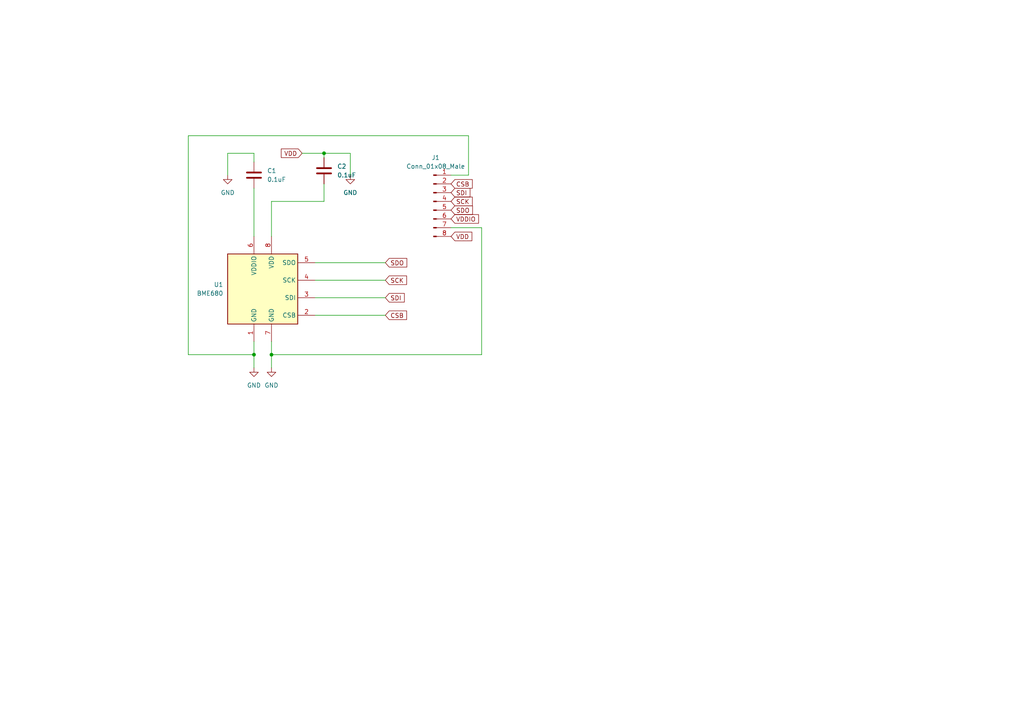
<source format=kicad_sch>
(kicad_sch (version 20211123) (generator eeschema)

  (uuid e63e39d7-6ac0-4ffd-8aa3-1841a4541b55)

  (paper "A4")

  (lib_symbols
    (symbol "Connector:Conn_01x08_Male" (pin_names (offset 1.016) hide) (in_bom yes) (on_board yes)
      (property "Reference" "J" (id 0) (at 0 10.16 0)
        (effects (font (size 1.27 1.27)))
      )
      (property "Value" "Conn_01x08_Male" (id 1) (at 0 -12.7 0)
        (effects (font (size 1.27 1.27)))
      )
      (property "Footprint" "" (id 2) (at 0 0 0)
        (effects (font (size 1.27 1.27)) hide)
      )
      (property "Datasheet" "~" (id 3) (at 0 0 0)
        (effects (font (size 1.27 1.27)) hide)
      )
      (property "ki_keywords" "connector" (id 4) (at 0 0 0)
        (effects (font (size 1.27 1.27)) hide)
      )
      (property "ki_description" "Generic connector, single row, 01x08, script generated (kicad-library-utils/schlib/autogen/connector/)" (id 5) (at 0 0 0)
        (effects (font (size 1.27 1.27)) hide)
      )
      (property "ki_fp_filters" "Connector*:*_1x??_*" (id 6) (at 0 0 0)
        (effects (font (size 1.27 1.27)) hide)
      )
      (symbol "Conn_01x08_Male_1_1"
        (polyline
          (pts
            (xy 1.27 -10.16)
            (xy 0.8636 -10.16)
          )
          (stroke (width 0.1524) (type default) (color 0 0 0 0))
          (fill (type none))
        )
        (polyline
          (pts
            (xy 1.27 -7.62)
            (xy 0.8636 -7.62)
          )
          (stroke (width 0.1524) (type default) (color 0 0 0 0))
          (fill (type none))
        )
        (polyline
          (pts
            (xy 1.27 -5.08)
            (xy 0.8636 -5.08)
          )
          (stroke (width 0.1524) (type default) (color 0 0 0 0))
          (fill (type none))
        )
        (polyline
          (pts
            (xy 1.27 -2.54)
            (xy 0.8636 -2.54)
          )
          (stroke (width 0.1524) (type default) (color 0 0 0 0))
          (fill (type none))
        )
        (polyline
          (pts
            (xy 1.27 0)
            (xy 0.8636 0)
          )
          (stroke (width 0.1524) (type default) (color 0 0 0 0))
          (fill (type none))
        )
        (polyline
          (pts
            (xy 1.27 2.54)
            (xy 0.8636 2.54)
          )
          (stroke (width 0.1524) (type default) (color 0 0 0 0))
          (fill (type none))
        )
        (polyline
          (pts
            (xy 1.27 5.08)
            (xy 0.8636 5.08)
          )
          (stroke (width 0.1524) (type default) (color 0 0 0 0))
          (fill (type none))
        )
        (polyline
          (pts
            (xy 1.27 7.62)
            (xy 0.8636 7.62)
          )
          (stroke (width 0.1524) (type default) (color 0 0 0 0))
          (fill (type none))
        )
        (rectangle (start 0.8636 -10.033) (end 0 -10.287)
          (stroke (width 0.1524) (type default) (color 0 0 0 0))
          (fill (type outline))
        )
        (rectangle (start 0.8636 -7.493) (end 0 -7.747)
          (stroke (width 0.1524) (type default) (color 0 0 0 0))
          (fill (type outline))
        )
        (rectangle (start 0.8636 -4.953) (end 0 -5.207)
          (stroke (width 0.1524) (type default) (color 0 0 0 0))
          (fill (type outline))
        )
        (rectangle (start 0.8636 -2.413) (end 0 -2.667)
          (stroke (width 0.1524) (type default) (color 0 0 0 0))
          (fill (type outline))
        )
        (rectangle (start 0.8636 0.127) (end 0 -0.127)
          (stroke (width 0.1524) (type default) (color 0 0 0 0))
          (fill (type outline))
        )
        (rectangle (start 0.8636 2.667) (end 0 2.413)
          (stroke (width 0.1524) (type default) (color 0 0 0 0))
          (fill (type outline))
        )
        (rectangle (start 0.8636 5.207) (end 0 4.953)
          (stroke (width 0.1524) (type default) (color 0 0 0 0))
          (fill (type outline))
        )
        (rectangle (start 0.8636 7.747) (end 0 7.493)
          (stroke (width 0.1524) (type default) (color 0 0 0 0))
          (fill (type outline))
        )
        (pin passive line (at 5.08 7.62 180) (length 3.81)
          (name "Pin_1" (effects (font (size 1.27 1.27))))
          (number "1" (effects (font (size 1.27 1.27))))
        )
        (pin passive line (at 5.08 5.08 180) (length 3.81)
          (name "Pin_2" (effects (font (size 1.27 1.27))))
          (number "2" (effects (font (size 1.27 1.27))))
        )
        (pin passive line (at 5.08 2.54 180) (length 3.81)
          (name "Pin_3" (effects (font (size 1.27 1.27))))
          (number "3" (effects (font (size 1.27 1.27))))
        )
        (pin passive line (at 5.08 0 180) (length 3.81)
          (name "Pin_4" (effects (font (size 1.27 1.27))))
          (number "4" (effects (font (size 1.27 1.27))))
        )
        (pin passive line (at 5.08 -2.54 180) (length 3.81)
          (name "Pin_5" (effects (font (size 1.27 1.27))))
          (number "5" (effects (font (size 1.27 1.27))))
        )
        (pin passive line (at 5.08 -5.08 180) (length 3.81)
          (name "Pin_6" (effects (font (size 1.27 1.27))))
          (number "6" (effects (font (size 1.27 1.27))))
        )
        (pin passive line (at 5.08 -7.62 180) (length 3.81)
          (name "Pin_7" (effects (font (size 1.27 1.27))))
          (number "7" (effects (font (size 1.27 1.27))))
        )
        (pin passive line (at 5.08 -10.16 180) (length 3.81)
          (name "Pin_8" (effects (font (size 1.27 1.27))))
          (number "8" (effects (font (size 1.27 1.27))))
        )
      )
    )
    (symbol "Device:C" (pin_numbers hide) (pin_names (offset 0.254)) (in_bom yes) (on_board yes)
      (property "Reference" "C" (id 0) (at 0.635 2.54 0)
        (effects (font (size 1.27 1.27)) (justify left))
      )
      (property "Value" "C" (id 1) (at 0.635 -2.54 0)
        (effects (font (size 1.27 1.27)) (justify left))
      )
      (property "Footprint" "" (id 2) (at 0.9652 -3.81 0)
        (effects (font (size 1.27 1.27)) hide)
      )
      (property "Datasheet" "~" (id 3) (at 0 0 0)
        (effects (font (size 1.27 1.27)) hide)
      )
      (property "ki_keywords" "cap capacitor" (id 4) (at 0 0 0)
        (effects (font (size 1.27 1.27)) hide)
      )
      (property "ki_description" "Unpolarized capacitor" (id 5) (at 0 0 0)
        (effects (font (size 1.27 1.27)) hide)
      )
      (property "ki_fp_filters" "C_*" (id 6) (at 0 0 0)
        (effects (font (size 1.27 1.27)) hide)
      )
      (symbol "C_0_1"
        (polyline
          (pts
            (xy -2.032 -0.762)
            (xy 2.032 -0.762)
          )
          (stroke (width 0.508) (type default) (color 0 0 0 0))
          (fill (type none))
        )
        (polyline
          (pts
            (xy -2.032 0.762)
            (xy 2.032 0.762)
          )
          (stroke (width 0.508) (type default) (color 0 0 0 0))
          (fill (type none))
        )
      )
      (symbol "C_1_1"
        (pin passive line (at 0 3.81 270) (length 2.794)
          (name "~" (effects (font (size 1.27 1.27))))
          (number "1" (effects (font (size 1.27 1.27))))
        )
        (pin passive line (at 0 -3.81 90) (length 2.794)
          (name "~" (effects (font (size 1.27 1.27))))
          (number "2" (effects (font (size 1.27 1.27))))
        )
      )
    )
    (symbol "Sensor:BME680" (in_bom yes) (on_board yes)
      (property "Reference" "U" (id 0) (at -8.89 11.43 0)
        (effects (font (size 1.27 1.27)))
      )
      (property "Value" "BME680" (id 1) (at 7.62 11.43 0)
        (effects (font (size 1.27 1.27)))
      )
      (property "Footprint" "Package_LGA:Bosch_LGA-8_3x3mm_P0.8mm_ClockwisePinNumbering" (id 2) (at 36.83 -11.43 0)
        (effects (font (size 1.27 1.27)) hide)
      )
      (property "Datasheet" "https://ae-bst.resource.bosch.com/media/_tech/media/datasheets/BST-BME680-DS001.pdf" (id 3) (at 0 -5.08 0)
        (effects (font (size 1.27 1.27)) hide)
      )
      (property "ki_keywords" "Bosch gas pressure humidity temperature environment environmental measurement digital" (id 4) (at 0 0 0)
        (effects (font (size 1.27 1.27)) hide)
      )
      (property "ki_description" "4-in-1 sensor, gas, humidity, pressure, temperature, I2C and SPI interface, 1.71-3.6V, LGA-8" (id 5) (at 0 0 0)
        (effects (font (size 1.27 1.27)) hide)
      )
      (property "ki_fp_filters" "*LGA*3x3mm*P0.8mm*Clockwise*" (id 6) (at 0 0 0)
        (effects (font (size 1.27 1.27)) hide)
      )
      (symbol "BME680_0_1"
        (rectangle (start -10.16 10.16) (end 10.16 -10.16)
          (stroke (width 0.254) (type default) (color 0 0 0 0))
          (fill (type background))
        )
      )
      (symbol "BME680_1_1"
        (pin power_in line (at -2.54 -15.24 90) (length 5.08)
          (name "GND" (effects (font (size 1.27 1.27))))
          (number "1" (effects (font (size 1.27 1.27))))
        )
        (pin input line (at 15.24 -7.62 180) (length 5.08)
          (name "CSB" (effects (font (size 1.27 1.27))))
          (number "2" (effects (font (size 1.27 1.27))))
        )
        (pin bidirectional line (at 15.24 -2.54 180) (length 5.08)
          (name "SDI" (effects (font (size 1.27 1.27))))
          (number "3" (effects (font (size 1.27 1.27))))
        )
        (pin input line (at 15.24 2.54 180) (length 5.08)
          (name "SCK" (effects (font (size 1.27 1.27))))
          (number "4" (effects (font (size 1.27 1.27))))
        )
        (pin bidirectional line (at 15.24 7.62 180) (length 5.08)
          (name "SDO" (effects (font (size 1.27 1.27))))
          (number "5" (effects (font (size 1.27 1.27))))
        )
        (pin power_in line (at -2.54 15.24 270) (length 5.08)
          (name "VDDIO" (effects (font (size 1.27 1.27))))
          (number "6" (effects (font (size 1.27 1.27))))
        )
        (pin power_in line (at 2.54 -15.24 90) (length 5.08)
          (name "GND" (effects (font (size 1.27 1.27))))
          (number "7" (effects (font (size 1.27 1.27))))
        )
        (pin power_in line (at 2.54 15.24 270) (length 5.08)
          (name "VDD" (effects (font (size 1.27 1.27))))
          (number "8" (effects (font (size 1.27 1.27))))
        )
      )
    )
    (symbol "power:GND" (power) (pin_names (offset 0)) (in_bom yes) (on_board yes)
      (property "Reference" "#PWR" (id 0) (at 0 -6.35 0)
        (effects (font (size 1.27 1.27)) hide)
      )
      (property "Value" "GND" (id 1) (at 0 -3.81 0)
        (effects (font (size 1.27 1.27)))
      )
      (property "Footprint" "" (id 2) (at 0 0 0)
        (effects (font (size 1.27 1.27)) hide)
      )
      (property "Datasheet" "" (id 3) (at 0 0 0)
        (effects (font (size 1.27 1.27)) hide)
      )
      (property "ki_keywords" "power-flag" (id 4) (at 0 0 0)
        (effects (font (size 1.27 1.27)) hide)
      )
      (property "ki_description" "Power symbol creates a global label with name \"GND\" , ground" (id 5) (at 0 0 0)
        (effects (font (size 1.27 1.27)) hide)
      )
      (symbol "GND_0_1"
        (polyline
          (pts
            (xy 0 0)
            (xy 0 -1.27)
            (xy 1.27 -1.27)
            (xy 0 -2.54)
            (xy -1.27 -1.27)
            (xy 0 -1.27)
          )
          (stroke (width 0) (type default) (color 0 0 0 0))
          (fill (type none))
        )
      )
      (symbol "GND_1_1"
        (pin power_in line (at 0 0 270) (length 0) hide
          (name "GND" (effects (font (size 1.27 1.27))))
          (number "1" (effects (font (size 1.27 1.27))))
        )
      )
    )
  )


  (junction (at 73.66 102.87) (diameter 0) (color 0 0 0 0)
    (uuid 385df7df-5595-46f4-8671-1de2220fdf1e)
  )
  (junction (at 93.98 44.45) (diameter 0) (color 0 0 0 0)
    (uuid 508e9bba-8500-42f0-a35d-f3e0fc643ca0)
  )
  (junction (at 78.74 102.87) (diameter 0) (color 0 0 0 0)
    (uuid b2d27dd3-42d8-4587-8247-3aba1e5a4f37)
  )

  (wire (pts (xy 78.74 58.42) (xy 78.74 68.58))
    (stroke (width 0) (type default) (color 0 0 0 0))
    (uuid 011bf8f5-ab4d-449e-9e13-d14c21fa8b09)
  )
  (wire (pts (xy 130.81 66.04) (xy 139.7 66.04))
    (stroke (width 0) (type default) (color 0 0 0 0))
    (uuid 15009b2a-1440-47b0-968f-5d0b2974853c)
  )
  (wire (pts (xy 93.98 53.34) (xy 93.98 58.42))
    (stroke (width 0) (type default) (color 0 0 0 0))
    (uuid 1799c71f-013d-402a-b710-c5585561a246)
  )
  (wire (pts (xy 54.61 39.37) (xy 54.61 102.87))
    (stroke (width 0) (type default) (color 0 0 0 0))
    (uuid 18f2335d-9585-4b77-960d-a9a306f8f7df)
  )
  (wire (pts (xy 91.44 91.44) (xy 111.76 91.44))
    (stroke (width 0) (type default) (color 0 0 0 0))
    (uuid 236d6a3c-a18f-4fc7-8b86-877d5dcc595d)
  )
  (wire (pts (xy 139.7 102.87) (xy 78.74 102.87))
    (stroke (width 0) (type default) (color 0 0 0 0))
    (uuid 268fcbc6-85b3-42e0-9556-34ac25c6b3a8)
  )
  (wire (pts (xy 73.66 99.06) (xy 73.66 102.87))
    (stroke (width 0) (type default) (color 0 0 0 0))
    (uuid 305a5c48-e619-4227-9549-9c60d0176edf)
  )
  (wire (pts (xy 91.44 81.28) (xy 111.76 81.28))
    (stroke (width 0) (type default) (color 0 0 0 0))
    (uuid 329980e2-6d3b-4872-a4a9-f6b4c29649e1)
  )
  (wire (pts (xy 73.66 54.61) (xy 73.66 68.58))
    (stroke (width 0) (type default) (color 0 0 0 0))
    (uuid 4083f32a-138e-4671-8b45-a5f6a4bf79d6)
  )
  (wire (pts (xy 135.89 50.8) (xy 135.89 39.37))
    (stroke (width 0) (type default) (color 0 0 0 0))
    (uuid 43b00c77-2583-445d-aab7-d2a60058e6cc)
  )
  (wire (pts (xy 73.66 44.45) (xy 66.04 44.45))
    (stroke (width 0) (type default) (color 0 0 0 0))
    (uuid 47776f9f-a724-4d92-b93e-435f4140fa11)
  )
  (wire (pts (xy 93.98 44.45) (xy 101.6 44.45))
    (stroke (width 0) (type default) (color 0 0 0 0))
    (uuid 57f0815a-04c0-47ca-a4c4-13c723f0b108)
  )
  (wire (pts (xy 93.98 58.42) (xy 78.74 58.42))
    (stroke (width 0) (type default) (color 0 0 0 0))
    (uuid 765b0b2c-4135-4a68-a348-f1d49f4da02b)
  )
  (wire (pts (xy 130.81 50.8) (xy 135.89 50.8))
    (stroke (width 0) (type default) (color 0 0 0 0))
    (uuid 7d60a564-d91f-4fde-88ce-37ce905acf07)
  )
  (wire (pts (xy 91.44 76.2) (xy 111.76 76.2))
    (stroke (width 0) (type default) (color 0 0 0 0))
    (uuid 7fdc14a9-f309-44c9-84ab-083b8d249668)
  )
  (wire (pts (xy 78.74 102.87) (xy 78.74 106.68))
    (stroke (width 0) (type default) (color 0 0 0 0))
    (uuid 9c2bac81-6216-48c9-865c-2385efdbae7d)
  )
  (wire (pts (xy 101.6 44.45) (xy 101.6 50.8))
    (stroke (width 0) (type default) (color 0 0 0 0))
    (uuid 9df48dbc-1a3f-4878-a7a1-ef2c38001630)
  )
  (wire (pts (xy 73.66 102.87) (xy 73.66 106.68))
    (stroke (width 0) (type default) (color 0 0 0 0))
    (uuid a340f63f-1741-4e6f-828d-25e3df74ae6a)
  )
  (wire (pts (xy 78.74 99.06) (xy 78.74 102.87))
    (stroke (width 0) (type default) (color 0 0 0 0))
    (uuid a66bb6d8-7f3d-4a6d-95da-d0142bf1b834)
  )
  (wire (pts (xy 54.61 102.87) (xy 73.66 102.87))
    (stroke (width 0) (type default) (color 0 0 0 0))
    (uuid cab2c008-cd49-4211-9b35-fc666b655cb5)
  )
  (wire (pts (xy 139.7 66.04) (xy 139.7 102.87))
    (stroke (width 0) (type default) (color 0 0 0 0))
    (uuid cb33c10f-99ed-4de1-824a-e380c35900aa)
  )
  (wire (pts (xy 73.66 46.99) (xy 73.66 44.45))
    (stroke (width 0) (type default) (color 0 0 0 0))
    (uuid cbc0c2e3-fdfc-4d21-98a9-611ac8976cc0)
  )
  (wire (pts (xy 87.63 44.45) (xy 93.98 44.45))
    (stroke (width 0) (type default) (color 0 0 0 0))
    (uuid d2f866c2-8028-4442-9c6e-26aa004fdffb)
  )
  (wire (pts (xy 135.89 39.37) (xy 54.61 39.37))
    (stroke (width 0) (type default) (color 0 0 0 0))
    (uuid d549192a-7cc3-40e7-998b-4f2547c01345)
  )
  (wire (pts (xy 93.98 45.72) (xy 93.98 44.45))
    (stroke (width 0) (type default) (color 0 0 0 0))
    (uuid d8969149-0bb3-4957-a92b-162d925da54a)
  )
  (wire (pts (xy 66.04 44.45) (xy 66.04 50.8))
    (stroke (width 0) (type default) (color 0 0 0 0))
    (uuid f8bca2ac-a1cd-469e-a4b0-e48c28ffc0d1)
  )
  (wire (pts (xy 91.44 86.36) (xy 111.76 86.36))
    (stroke (width 0) (type default) (color 0 0 0 0))
    (uuid fc479dc8-621a-4df1-beaa-e909fb5f5f73)
  )

  (global_label "VDD" (shape input) (at 87.63 44.45 180) (fields_autoplaced)
    (effects (font (size 1.27 1.27)) (justify right))
    (uuid 049eb761-d8e1-4fd8-ad8e-0d665ec96a29)
    (property "Intersheet References" "${INTERSHEET_REFS}" (id 0) (at 81.5883 44.3706 0)
      (effects (font (size 1.27 1.27)) (justify left) hide)
    )
  )
  (global_label "VDD" (shape input) (at 130.81 68.58 0) (fields_autoplaced)
    (effects (font (size 1.27 1.27)) (justify left))
    (uuid 188c8281-eb37-4427-b3d5-b0f47a2f2986)
    (property "Intersheet References" "${INTERSHEET_REFS}" (id 0) (at 136.8517 68.6594 0)
      (effects (font (size 1.27 1.27)) (justify right) hide)
    )
  )
  (global_label "CSB" (shape input) (at 111.76 91.44 0) (fields_autoplaced)
    (effects (font (size 1.27 1.27)) (justify left))
    (uuid 22f979d4-df8f-4e9b-ba4e-2b8087ac6259)
    (property "Intersheet References" "${INTERSHEET_REFS}" (id 0) (at 117.9226 91.3606 0)
      (effects (font (size 1.27 1.27)) (justify left) hide)
    )
  )
  (global_label "SCK" (shape input) (at 130.81 58.42 0) (fields_autoplaced)
    (effects (font (size 1.27 1.27)) (justify left))
    (uuid 3e3e0d83-4a5a-49ed-b3f1-0bf11298c9cd)
    (property "Intersheet References" "${INTERSHEET_REFS}" (id 0) (at 136.9726 58.3406 0)
      (effects (font (size 1.27 1.27)) (justify left) hide)
    )
  )
  (global_label "SDO" (shape input) (at 130.81 60.96 0) (fields_autoplaced)
    (effects (font (size 1.27 1.27)) (justify left))
    (uuid 42b0acfd-0204-489c-a461-7cded8eacced)
    (property "Intersheet References" "${INTERSHEET_REFS}" (id 0) (at 137.0331 60.8806 0)
      (effects (font (size 1.27 1.27)) (justify left) hide)
    )
  )
  (global_label "SCK" (shape input) (at 111.76 81.28 0) (fields_autoplaced)
    (effects (font (size 1.27 1.27)) (justify left))
    (uuid 618ca3d7-b604-407a-ad68-cea764656773)
    (property "Intersheet References" "${INTERSHEET_REFS}" (id 0) (at 117.9226 81.2006 0)
      (effects (font (size 1.27 1.27)) (justify left) hide)
    )
  )
  (global_label "CSB" (shape input) (at 130.81 53.34 0) (fields_autoplaced)
    (effects (font (size 1.27 1.27)) (justify left))
    (uuid ab84e26b-3d38-4f86-a32f-0302cdf1174d)
    (property "Intersheet References" "${INTERSHEET_REFS}" (id 0) (at 136.9726 53.2606 0)
      (effects (font (size 1.27 1.27)) (justify left) hide)
    )
  )
  (global_label "SDI" (shape input) (at 130.81 55.88 0) (fields_autoplaced)
    (effects (font (size 1.27 1.27)) (justify left))
    (uuid d14ad162-bed1-490d-9ce7-9b945eaf9521)
    (property "Intersheet References" "${INTERSHEET_REFS}" (id 0) (at 136.3074 55.8006 0)
      (effects (font (size 1.27 1.27)) (justify left) hide)
    )
  )
  (global_label "SDO" (shape input) (at 111.76 76.2 0) (fields_autoplaced)
    (effects (font (size 1.27 1.27)) (justify left))
    (uuid d7ae491a-489b-499b-a12e-4bc2e88bd7a0)
    (property "Intersheet References" "${INTERSHEET_REFS}" (id 0) (at 117.9831 76.1206 0)
      (effects (font (size 1.27 1.27)) (justify left) hide)
    )
  )
  (global_label "SDI" (shape input) (at 111.76 86.36 0) (fields_autoplaced)
    (effects (font (size 1.27 1.27)) (justify left))
    (uuid dfa0e636-84e8-45b2-af70-e06b4d90ce31)
    (property "Intersheet References" "${INTERSHEET_REFS}" (id 0) (at 117.2574 86.2806 0)
      (effects (font (size 1.27 1.27)) (justify left) hide)
    )
  )
  (global_label "VDDIO" (shape input) (at 130.81 63.5 0) (fields_autoplaced)
    (effects (font (size 1.27 1.27)) (justify left))
    (uuid e39aef0d-80ac-484b-9fc5-8e614b0af355)
    (property "Intersheet References" "${INTERSHEET_REFS}" (id 0) (at 138.7869 63.4206 0)
      (effects (font (size 1.27 1.27)) (justify left) hide)
    )
  )

  (symbol (lib_id "Connector:Conn_01x08_Male") (at 125.73 58.42 0) (unit 1)
    (in_bom yes) (on_board yes) (fields_autoplaced)
    (uuid 23e787f2-881a-4e6d-8091-8fdbd721560c)
    (property "Reference" "J1" (id 0) (at 126.365 45.72 0))
    (property "Value" "Conn_01x08_Male" (id 1) (at 126.365 48.26 0))
    (property "Footprint" "Connector_Phoenix_MC:PhoenixContact_MCV_1,5_2-GF-3.5_1x02_P3.50mm_Vertical_ThreadedFlange_MountHole" (id 2) (at 125.73 58.42 0)
      (effects (font (size 1.27 1.27)) hide)
    )
    (property "Datasheet" "~" (id 3) (at 125.73 58.42 0)
      (effects (font (size 1.27 1.27)) hide)
    )
    (property "JLCPART" "C480530" (id 4) (at 125.73 58.42 0)
      (effects (font (size 1.27 1.27)) hide)
    )
    (property "PRICE" "$0.5358" (id 5) (at 125.73 58.42 0)
      (effects (font (size 1.27 1.27)) hide)
    )
    (pin "1" (uuid fd670dee-fa82-4832-b717-73eaf526dc60))
    (pin "2" (uuid 36107421-a1c7-4f89-92f6-79c699dd154a))
    (pin "3" (uuid eded8fe2-f695-4639-9c3c-485cbf7c647b))
    (pin "4" (uuid 2888517d-b5b4-414b-8c54-833fc144ea56))
    (pin "5" (uuid 86a957c6-e382-4383-b3aa-bde5a36de21d))
    (pin "6" (uuid 276f4b63-644f-40d7-a3c9-ae5923c863e5))
    (pin "7" (uuid f4a3a393-4fce-4cf2-827d-21790fb5141b))
    (pin "8" (uuid e3b1339b-b5c5-4e0f-a235-a02456b4d67d))
  )

  (symbol (lib_id "power:GND") (at 73.66 106.68 0) (unit 1)
    (in_bom yes) (on_board yes) (fields_autoplaced)
    (uuid 4e8777d9-7417-4310-b76e-2dc05e18505d)
    (property "Reference" "#PWR02" (id 0) (at 73.66 113.03 0)
      (effects (font (size 1.27 1.27)) hide)
    )
    (property "Value" "GND" (id 1) (at 73.66 111.76 0))
    (property "Footprint" "" (id 2) (at 73.66 106.68 0)
      (effects (font (size 1.27 1.27)) hide)
    )
    (property "Datasheet" "" (id 3) (at 73.66 106.68 0)
      (effects (font (size 1.27 1.27)) hide)
    )
    (pin "1" (uuid 6498f892-b675-459e-89f7-5e0d4678af58))
  )

  (symbol (lib_id "power:GND") (at 66.04 50.8 0) (unit 1)
    (in_bom yes) (on_board yes) (fields_autoplaced)
    (uuid 53f66f6a-6785-4407-a6fd-09013b88876d)
    (property "Reference" "#PWR01" (id 0) (at 66.04 57.15 0)
      (effects (font (size 1.27 1.27)) hide)
    )
    (property "Value" "GND" (id 1) (at 66.04 55.88 0))
    (property "Footprint" "" (id 2) (at 66.04 50.8 0)
      (effects (font (size 1.27 1.27)) hide)
    )
    (property "Datasheet" "" (id 3) (at 66.04 50.8 0)
      (effects (font (size 1.27 1.27)) hide)
    )
    (pin "1" (uuid 094b81b7-7d25-439c-8480-b22a7509223a))
  )

  (symbol (lib_id "power:GND") (at 78.74 106.68 0) (unit 1)
    (in_bom yes) (on_board yes) (fields_autoplaced)
    (uuid 766637fb-3c8f-4f46-8fc9-4d0dc40fbbc0)
    (property "Reference" "#PWR03" (id 0) (at 78.74 113.03 0)
      (effects (font (size 1.27 1.27)) hide)
    )
    (property "Value" "GND" (id 1) (at 78.74 111.76 0))
    (property "Footprint" "" (id 2) (at 78.74 106.68 0)
      (effects (font (size 1.27 1.27)) hide)
    )
    (property "Datasheet" "" (id 3) (at 78.74 106.68 0)
      (effects (font (size 1.27 1.27)) hide)
    )
    (pin "1" (uuid ea422652-7022-40cc-8a34-ae871b9a23ff))
  )

  (symbol (lib_id "Device:C") (at 73.66 50.8 0) (unit 1)
    (in_bom yes) (on_board yes) (fields_autoplaced)
    (uuid 9037c378-1baa-4d51-90fc-227832322b98)
    (property "Reference" "C1" (id 0) (at 77.47 49.5299 0)
      (effects (font (size 1.27 1.27)) (justify left))
    )
    (property "Value" "0.1uF" (id 1) (at 77.47 52.0699 0)
      (effects (font (size 1.27 1.27)) (justify left))
    )
    (property "Footprint" "Capacitor_THT:CP_Axial_L11.0mm_D5.0mm_P18.00mm_Horizontal" (id 2) (at 74.6252 54.61 0)
      (effects (font (size 1.27 1.27)) hide)
    )
    (property "Datasheet" "~" (id 3) (at 73.66 50.8 0)
      (effects (font (size 1.27 1.27)) hide)
    )
    (property "JLCPART" "C445190" (id 4) (at 73.66 50.8 0)
      (effects (font (size 1.27 1.27)) hide)
    )
    (property "PRICE" "$01026" (id 5) (at 73.66 50.8 0)
      (effects (font (size 1.27 1.27)) hide)
    )
    (pin "1" (uuid 306ab86b-fe51-4cc4-b4d0-913617d0e9a1))
    (pin "2" (uuid 37831b48-f4c4-4a4e-96f6-6caf87351379))
  )

  (symbol (lib_id "power:GND") (at 101.6 50.8 0) (unit 1)
    (in_bom yes) (on_board yes) (fields_autoplaced)
    (uuid 9a698e76-4234-4b16-b788-d059633f5104)
    (property "Reference" "#PWR04" (id 0) (at 101.6 57.15 0)
      (effects (font (size 1.27 1.27)) hide)
    )
    (property "Value" "GND" (id 1) (at 101.6 55.88 0))
    (property "Footprint" "" (id 2) (at 101.6 50.8 0)
      (effects (font (size 1.27 1.27)) hide)
    )
    (property "Datasheet" "" (id 3) (at 101.6 50.8 0)
      (effects (font (size 1.27 1.27)) hide)
    )
    (pin "1" (uuid 1f9b3d64-cd0e-4abe-8357-17b33210a5a9))
  )

  (symbol (lib_id "Device:C") (at 93.98 49.53 0) (unit 1)
    (in_bom yes) (on_board yes) (fields_autoplaced)
    (uuid 9b532d94-5adf-40a9-aa2f-bc58284f6753)
    (property "Reference" "C2" (id 0) (at 97.79 48.2599 0)
      (effects (font (size 1.27 1.27)) (justify left))
    )
    (property "Value" "0.1uF" (id 1) (at 97.79 50.7999 0)
      (effects (font (size 1.27 1.27)) (justify left))
    )
    (property "Footprint" "Capacitor_THT:CP_Axial_L11.0mm_D5.0mm_P18.00mm_Horizontal" (id 2) (at 94.9452 53.34 0)
      (effects (font (size 1.27 1.27)) hide)
    )
    (property "Datasheet" "~" (id 3) (at 93.98 49.53 0)
      (effects (font (size 1.27 1.27)) hide)
    )
    (property "JLCPART" "C445190" (id 4) (at 93.98 49.53 0)
      (effects (font (size 1.27 1.27)) hide)
    )
    (property "PRICE" "$01026" (id 5) (at 93.98 49.53 0)
      (effects (font (size 1.27 1.27)) hide)
    )
    (pin "1" (uuid e4d20864-fb88-4526-a011-fb7569f00b9f))
    (pin "2" (uuid ce8e88d7-f820-4969-922b-021b53795352))
  )

  (symbol (lib_id "Sensor:BME680") (at 76.2 83.82 0) (unit 1)
    (in_bom yes) (on_board yes) (fields_autoplaced)
    (uuid e61e3b10-16bb-45fa-9a42-277efd2ec104)
    (property "Reference" "U1" (id 0) (at 64.77 82.5499 0)
      (effects (font (size 1.27 1.27)) (justify right))
    )
    (property "Value" "BME680" (id 1) (at 64.77 85.0899 0)
      (effects (font (size 1.27 1.27)) (justify right))
    )
    (property "Footprint" "Package_LGA:Bosch_LGA-8_3x3mm_P0.8mm_ClockwisePinNumbering" (id 2) (at 113.03 95.25 0)
      (effects (font (size 1.27 1.27)) hide)
    )
    (property "Datasheet" "https://ae-bst.resource.bosch.com/media/_tech/media/datasheets/BST-BME680-DS001.pdf" (id 3) (at 76.2 88.9 0)
      (effects (font (size 1.27 1.27)) hide)
    )
    (property "JLCPART" "C125972" (id 4) (at 76.2 83.82 0)
      (effects (font (size 1.27 1.27)) hide)
    )
    (property "PRICE" "$5.169" (id 5) (at 76.2 83.82 0)
      (effects (font (size 1.27 1.27)) hide)
    )
    (pin "1" (uuid 7b1f2f40-abe7-4adb-bfe4-3f1a7f99a0f2))
    (pin "2" (uuid 3581de8b-daeb-467a-8039-51714599e4ba))
    (pin "3" (uuid d98b06b1-d759-4372-889f-6ac21114139f))
    (pin "4" (uuid 9b774066-2c22-4032-af01-4291adb02340))
    (pin "5" (uuid e325a134-36dc-4151-9d17-8bf13dc78564))
    (pin "6" (uuid dd4b4783-44b6-4bbf-bf18-b846491e4d4c))
    (pin "7" (uuid c4e3a83a-2945-4c21-9d1d-f3f3be86b7bd))
    (pin "8" (uuid 29e27db0-3c69-4f62-9b26-37b540cf4f34))
  )

  (sheet_instances
    (path "/" (page "1"))
  )

  (symbol_instances
    (path "/53f66f6a-6785-4407-a6fd-09013b88876d"
      (reference "#PWR01") (unit 1) (value "GND") (footprint "")
    )
    (path "/4e8777d9-7417-4310-b76e-2dc05e18505d"
      (reference "#PWR02") (unit 1) (value "GND") (footprint "")
    )
    (path "/766637fb-3c8f-4f46-8fc9-4d0dc40fbbc0"
      (reference "#PWR03") (unit 1) (value "GND") (footprint "")
    )
    (path "/9a698e76-4234-4b16-b788-d059633f5104"
      (reference "#PWR04") (unit 1) (value "GND") (footprint "")
    )
    (path "/9037c378-1baa-4d51-90fc-227832322b98"
      (reference "C1") (unit 1) (value "0.1uF") (footprint "Capacitor_THT:CP_Axial_L11.0mm_D5.0mm_P18.00mm_Horizontal")
    )
    (path "/9b532d94-5adf-40a9-aa2f-bc58284f6753"
      (reference "C2") (unit 1) (value "0.1uF") (footprint "Capacitor_THT:CP_Axial_L11.0mm_D5.0mm_P18.00mm_Horizontal")
    )
    (path "/23e787f2-881a-4e6d-8091-8fdbd721560c"
      (reference "J1") (unit 1) (value "Conn_01x08_Male") (footprint "Connector_Phoenix_MC:PhoenixContact_MCV_1,5_2-GF-3.5_1x02_P3.50mm_Vertical_ThreadedFlange_MountHole")
    )
    (path "/e61e3b10-16bb-45fa-9a42-277efd2ec104"
      (reference "U1") (unit 1) (value "BME680") (footprint "Package_LGA:Bosch_LGA-8_3x3mm_P0.8mm_ClockwisePinNumbering")
    )
  )
)

</source>
